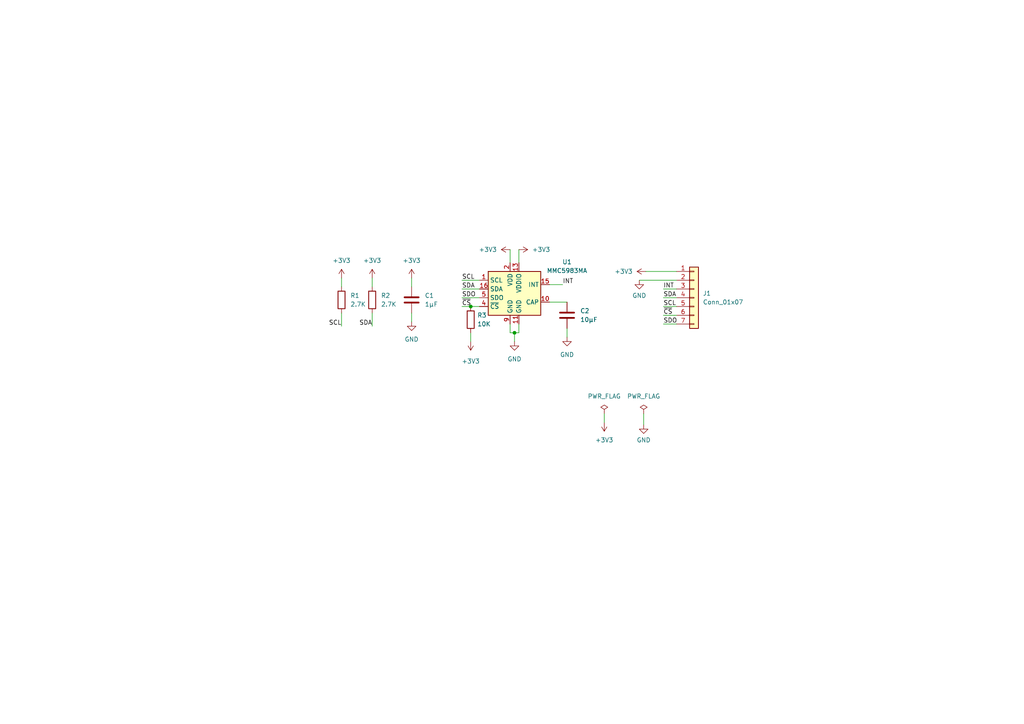
<source format=kicad_sch>
(kicad_sch (version 20211123) (generator eeschema)
  (paper "A4")
  (lib_symbols
    (symbol "Connector_Generic:Conn_01x07" (pin_names (offset 1.016) hide)
      (property "Reference" "J" (at 0 10.16 0))
      (property "Value" "Conn_01x07" (at 0 -10.16 0))
      (symbol "Conn_01x07_1_1"
        (rectangle (start -1.27 -7.493) (end 0 -7.747) (stroke (width 0.1524)))
        (rectangle (start -1.27 -4.953) (end 0 -5.207) (stroke (width 0.1524)))
        (rectangle (start -1.27 -2.413) (end 0 -2.667) (stroke (width 0.1524)))
        (rectangle (start -1.27 0.127) (end 0 -0.127) (stroke (width 0.1524)))
        (rectangle (start -1.27 2.667) (end 0 2.413) (stroke (width 0.1524)))
        (rectangle (start -1.27 5.207) (end 0 4.953) (stroke (width 0.1524)))
        (rectangle (start -1.27 7.747) (end 0 7.493) (stroke (width 0.1524)))
        (rectangle (start -1.27 8.89) (end 1.27 -8.89) (stroke (width 0.254)) (fill (type background)))
        (pin passive line (at -5.08 7.62 0) (length 3.81) (name "Pin_1") (number "1"))
        (pin passive line (at -5.08 5.08 0) (length 3.81) (name "Pin_2") (number "2"))
        (pin passive line (at -5.08 2.54 0) (length 3.81) (name "Pin_3") (number "3"))
        (pin passive line (at -5.08 0 0) (length 3.81) (name "Pin_4") (number "4"))
        (pin passive line (at -5.08 -2.54 0) (length 3.81) (name "Pin_5") (number "5"))
        (pin passive line (at -5.08 -5.08 0) (length 3.81) (name "Pin_6") (number "6"))
        (pin passive line (at -5.08 -7.62 0) (length 3.81) (name "Pin_7") (number "7"))
      )
    )
    (symbol "Device:C" (pin_numbers hide) (pin_names (offset 0.254))
      (property "Reference" "C" (at 0.635 2.54 0))
      (property "Value" "C" (at 0.635 -2.54 0))
      (symbol "C_0_1"
        (polyline (pts (xy -2.032 -0.762) (xy 2.032 -0.762)) (stroke (width 0.508)))
        (polyline (pts (xy -2.032 0.762) (xy 2.032 0.762)) (stroke (width 0.508)))
      )
      (symbol "C_1_1"
        (pin passive line (at 0 3.81 270) (length 2.794) (name "~") (number "1"))
        (pin passive line (at 0 -3.81 90) (length 2.794) (name "~") (number "2"))
      )
    )
    (symbol "Device:R" (pin_numbers hide) (pin_names (offset 0))
      (property "Reference" "R" (at 2.032 0 90))
      (property "Value" "R" (at 0 0 90))
      (symbol "R_0_1"
        (rectangle (start -1.016 -2.54) (end 1.016 2.54) (stroke (width 0.254)))
      )
      (symbol "R_1_1"
        (pin passive line (at 0 3.81 270) (length 1.27) (name "~") (number "1"))
        (pin passive line (at 0 -3.81 90) (length 1.27) (name "~") (number "2"))
      )
    )
    (symbol "MMC5983MA:MMC5983MA"
      (property "Reference" "U" (at -7.62 7.62 0))
      (property "Value" "MMC5983MA" (at 5.08 7.62 0))
      (symbol "MMC5983MA_0_1"
        (rectangle (start -7.62 6.35) (end 7.62 -6.35) (stroke (width 0.254)) (fill (type background)))
      )
      (symbol "MMC5983MA_1_1"
        (pin input line (at -10.16 3.81 0) (length 2.54) (name "SCL") (number "1"))
        (pin passive line (at 10.16 -2.54 180) (length 2.54) (name "CAP") (number "10"))
        (pin power_in line (at 1.27 -8.89 90) (length 2.54) (name "GND") (number "11"))
        (pin power_in line (at 1.27 8.89 270) (length 2.54) (name "VDDIO") (number "13"))
        (pin output line (at 10.16 2.54 180) (length 2.54) (name "INT") (number "15"))
        (pin bidirectional line (at -10.16 1.27 0) (length 2.54) (name "SDA") (number "16"))
        (pin power_in line (at -1.27 8.89 270) (length 2.54) (name "VDD") (number "2"))
        (pin input line (at -10.16 -3.81 0) (length 2.54) (name "~{CS}") (number "4"))
        (pin output line (at -10.16 -1.27 0) (length 2.54) (name "SDO") (number "5"))
        (pin power_in line (at -1.27 -8.89 90) (length 2.54) (name "GND") (number "9"))
      )
    )
    (symbol "power:+3V3" (power) (pin_names (offset 0))
      (property "Value" "+3V3" (at 0 3.556 0))
      (symbol "+3V3_0_1"
        (polyline (pts (xy -0.762 1.27) (xy 0 2.54)))
        (polyline (pts (xy 0 0) (xy 0 2.54)))
        (polyline (pts (xy 0 2.54) (xy 0.762 1.27)))
      )
      (symbol "+3V3_1_1"
        (pin power_in line (at 0 0 90) (length 0) hide (name "+3V3") (number "1"))
      )
    )
    (symbol "power:GND" (power) (pin_names (offset 0))
      (property "Value" "GND" (at 0 -3.81 0))
      (symbol "GND_0_1"
        (polyline (pts (xy 0 0) (xy 0 -1.27) (xy 1.27 -1.27) (xy 0 -2.54) (xy -1.27 -1.27) (xy 0 -1.27)))
      )
      (symbol "GND_1_1"
        (pin power_in line (at 0 0 270) (length 0) hide (name "GND") (number "1"))
      )
    )
    (symbol "power:PWR_FLAG" (power) (pin_numbers hide) (pin_names (offset 0) hide)
      (property "Value" "PWR_FLAG" (at 0 3.81 0))
      (symbol "PWR_FLAG_0_0"
        (pin power_out line (at 0 0 90) (length 0) (name "pwr") (number "1"))
      )
      (symbol "PWR_FLAG_0_1"
        (polyline (pts (xy 0 0) (xy 0 1.27) (xy -1.016 1.905) (xy 0 2.54) (xy 1.016 1.905) (xy 0 1.27)))
      )
    )
  )
  (junction (at 149.225 96.52))
  (junction (at 136.525 88.9))
  (wire (pts (xy 192.405 86.36) (xy 196.215 86.36)))
  (wire (pts (xy 192.405 83.82) (xy 196.215 83.82)))
  (wire (pts (xy 99.06 90.805) (xy 99.06 94.615)))
  (wire (pts (xy 187.325 78.74) (xy 196.215 78.74)))
  (wire (pts (xy 149.225 96.52) (xy 150.495 96.52)))
  (wire (pts (xy 107.95 80.645) (xy 107.95 83.185)))
  (wire (pts (xy 133.985 86.36) (xy 139.065 86.36)))
  (wire (pts (xy 107.95 90.805) (xy 107.95 94.615)))
  (wire (pts (xy 192.405 93.98) (xy 196.215 93.98)))
  (wire (pts (xy 150.495 72.39) (xy 150.495 76.2)))
  (wire (pts (xy 99.06 80.645) (xy 99.06 83.185)))
  (wire (pts (xy 185.42 81.28) (xy 196.215 81.28)))
  (wire (pts (xy 192.405 91.44) (xy 196.215 91.44)))
  (wire (pts (xy 175.26 120.015) (xy 175.26 122.555)))
  (wire (pts (xy 147.955 72.39) (xy 147.955 76.2)))
  (wire (pts (xy 150.495 96.52) (xy 150.495 93.98)))
  (wire (pts (xy 136.525 88.9) (xy 139.065 88.9)))
  (wire (pts (xy 136.525 99.06) (xy 136.525 96.52)))
  (wire (pts (xy 119.38 80.645) (xy 119.38 83.185)))
  (wire (pts (xy 149.225 96.52) (xy 149.225 99.06)))
  (wire (pts (xy 159.385 87.63) (xy 164.465 87.63)))
  (wire (pts (xy 159.385 82.55) (xy 163.195 82.55)))
  (wire (pts (xy 119.38 90.805) (xy 119.38 93.345)))
  (wire (pts (xy 133.985 83.82) (xy 139.065 83.82)))
  (wire (pts (xy 133.985 81.28) (xy 139.065 81.28)))
  (wire (pts (xy 133.985 88.9) (xy 136.525 88.9)))
  (wire (pts (xy 186.69 120.015) (xy 186.69 123.19)))
  (wire (pts (xy 147.955 96.52) (xy 149.225 96.52)))
  (wire (pts (xy 192.405 88.9) (xy 196.215 88.9)))
  (wire (pts (xy 164.465 95.25) (xy 164.465 97.79)))
  (wire (pts (xy 147.955 93.98) (xy 147.955 96.52)))
  (label "SCL" (at 99.06 94.615 180))
  (label "~{CS}" (at 133.985 88.9 0))
  (label "SDA" (at 133.985 83.82 0))
  (label "SCL" (at 192.405 88.9 0))
  (label "INT" (at 163.195 82.55 0))
  (label "SDO" (at 192.405 93.98 0))
  (label "INT" (at 192.405 83.82 0))
  (label "SDO" (at 133.985 86.36 0))
  (label "SCL" (at 133.985 81.28 0))
  (label "SDA" (at 107.95 94.615 180))
  (label "~{CS}" (at 192.405 91.44 0))
  (label "SDA" (at 192.405 86.36 0))
  (symbol (lib_id "power:+3V3") (at 187.325 78.74 90) (unit 1)
    (property "Reference" "#PWR011" (effects hide))
    (property "Value" "+3V3" (at 183.515 78.7399 90) (effects (justify left)))
  )
  (symbol (lib_id "power:+3V3") (at 147.955 72.39 90) (unit 1)
    (property "Reference" "#PWR06" (effects hide))
    (property "Value" "+3V3" (at 144.145 72.3899 90) (effects (justify left)))
  )
  (symbol (lib_id "Device:R") (at 99.06 86.995 180) (unit 1)
    (property "Reference" "R1" (at 101.6 85.7249 0) (effects (justify right)))
    (property "Value" "2.7K" (at 101.6 88.2649 0) (effects (justify right)))
    (property "Footprint" "Resistor_SMD:R_0603_1608Metric" (effects hide))
  )
  (symbol (lib_id "power:+3V3") (at 119.38 80.645 0) (unit 1)
    (property "Reference" "#PWR03" (effects hide))
    (property "Value" "+3V3" (at 119.38 75.565 0))
  )
  (symbol (lib_id "Device:R") (at 136.525 92.71 0) (unit 1)
    (property "Reference" "R3" (at 138.43 91.4399 0) (effects (justify left)))
    (property "Value" "10K" (at 138.43 93.9799 0) (effects (justify left)))
    (property "Footprint" "Resistor_SMD:R_0603_1608Metric" (effects hide))
  )
  (symbol (lib_id "power:GND") (at 186.69 123.19 0) (unit 1)
    (property "Reference" "#PWR0101" (effects hide))
    (property "Value" "GND" (at 186.69 127.635 0))
  )
  (symbol (lib_id "power:GND") (at 119.38 93.345 0) (unit 1)
    (property "Reference" "#PWR04" (effects hide))
    (property "Value" "GND" (at 119.38 98.425 0))
  )
  (symbol (lib_id "power:GND") (at 149.225 99.06 0) (unit 1)
    (property "Reference" "#PWR07" (effects hide))
    (property "Value" "GND" (at 149.225 104.14 0))
  )
  (symbol (lib_id "Device:C") (at 119.38 86.995 0) (unit 1)
    (property "Reference" "C1" (at 123.19 85.7249 0) (effects (justify left)))
    (property "Value" "1µF" (at 123.19 88.2649 0) (effects (justify left)))
    (property "Footprint" "Capacitor_SMD:C_0603_1608Metric" (effects hide))
  )
  (symbol (lib_id "power:+3V3") (at 99.06 80.645 0) (unit 1)
    (property "Reference" "#PWR01" (effects hide))
    (property "Value" "+3V3" (at 99.06 75.565 0))
  )
  (symbol (lib_id "MMC5983MA:MMC5983MA") (at 149.225 85.09 0) (unit 1)
    (property "Reference" "U1" (at 164.465 75.9712 0))
    (property "Value" "MMC5983MA" (at 164.465 78.5112 0))
    (property "Footprint" "Package_LGA:LGA-16_3x3mm_P0.5mm" (effects hide))
    (property "Datasheet" "https://www.memsic.com/Public/Uploads/uploadfile/files/20220119/MMC5983MADatasheetRevA.pdf" (effects hide))
  )
  (symbol (lib_id "Device:C") (at 164.465 91.44 0) (unit 1)
    (property "Reference" "C2" (at 168.275 90.1699 0) (effects (justify left)))
    (property "Value" "10µF" (at 168.275 92.7099 0) (effects (justify left)))
    (property "Footprint" "Capacitor_SMD:C_0603_1608Metric" (effects hide))
  )
  (symbol (lib_id "power:GND") (at 164.465 97.79 0) (unit 1)
    (property "Reference" "#PWR09" (effects hide))
    (property "Value" "GND" (at 164.465 102.87 0))
  )
  (symbol (lib_id "power:PWR_FLAG") (at 186.69 120.015 0) (unit 1)
    (property "Reference" "#FLG0102" (effects hide))
    (property "Value" "PWR_FLAG" (at 186.69 114.935 0))
  )
  (symbol (lib_id "power:+3V3") (at 175.26 122.555 180) (unit 1)
    (property "Reference" "#PWR0102" (effects hide))
    (property "Value" "+3V3" (at 175.26 127.635 0))
  )
  (symbol (lib_id "Connector_Generic:Conn_01x07") (at 201.295 86.36 0) (unit 1)
    (property "Reference" "J1" (at 203.835 85.0899 0) (effects (justify left)))
    (property "Value" "Conn_01x07" (at 203.835 87.6299 0) (effects (justify left)))
    (property "Footprint" "Connector_PinHeader_2.54mm:PinHeader_1x07_P2.54mm_Vertical" (effects hide))
  )
  (symbol (lib_id "power:+3V3") (at 150.495 72.39 270) (unit 1)
    (property "Reference" "#PWR08" (effects hide))
    (property "Value" "+3V3" (at 154.305 72.3899 90) (effects (justify left)))
  )
  (symbol (lib_id "power:PWR_FLAG") (at 175.26 120.015 0) (unit 1)
    (property "Reference" "#FLG0101" (effects hide))
    (property "Value" "PWR_FLAG" (at 175.26 114.935 0))
  )
  (symbol (lib_id "Device:R") (at 107.95 86.995 180) (unit 1)
    (property "Reference" "R2" (at 110.49 85.7249 0) (effects (justify right)))
    (property "Value" "2.7K" (at 110.49 88.2649 0) (effects (justify right)))
    (property "Footprint" "Resistor_SMD:R_0603_1608Metric" (effects hide))
  )
  (symbol (lib_id "power:GND") (at 185.42 81.28 0) (unit 1)
    (property "Reference" "#PWR010" (effects hide))
    (property "Value" "GND" (at 185.42 85.725 0))
  )
  (symbol (lib_id "power:+3V3") (at 136.525 99.06 180) (unit 1)
    (property "Reference" "#PWR05" (effects hide))
    (property "Value" "+3V3" (at 136.525 104.775 0))
  )
  (symbol (lib_id "power:+3V3") (at 107.95 80.645 0) (unit 1)
    (property "Reference" "#PWR02" (effects hide))
    (property "Value" "+3V3" (at 107.95 75.565 0))
  )
)
</source>
